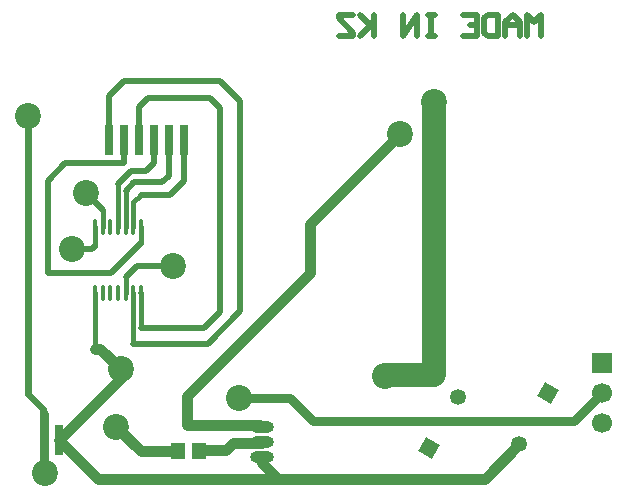
<source format=gtl>
%FSLAX44Y44*%
%MOMM*%
G71*
G01*
G75*
G04 Layer_Physical_Order=1*
G04 Layer_Color=255*
%ADD10O,0.3500X1.4000*%
%ADD11R,1.2000X1.4000*%
%ADD12R,0.8000X2.5000*%
%ADD13C,0.6000*%
%ADD14C,0.8000*%
%ADD15C,0.9000*%
%ADD16C,2.0000*%
%ADD17C,0.5000*%
%ADD18C,0.4000*%
%ADD19P,1.9092X4X285.0*%
%ADD20C,1.3500*%
%ADD21O,2.0000X1.0000*%
%ADD22O,2.0000X1.0000*%
%ADD23R,1.7000X1.7000*%
%ADD24C,1.7000*%
%ADD25C,2.2000*%
D10*
X531290Y964498D02*
D03*
X537790D02*
D03*
X544290D02*
D03*
X550790D02*
D03*
X557290D02*
D03*
X563790D02*
D03*
X570290D02*
D03*
X531290Y908498D02*
D03*
X537790D02*
D03*
X544290D02*
D03*
X550790D02*
D03*
X557290D02*
D03*
X563790D02*
D03*
X570290D02*
D03*
D11*
X601480Y774446D02*
D03*
X619480D02*
D03*
D12*
X606416Y1037588D02*
D03*
X593716D02*
D03*
X581016D02*
D03*
X568316D02*
D03*
X555616D02*
D03*
X542916D02*
D03*
X501006Y784068D02*
D03*
X488306D02*
D03*
D13*
X487036Y807690D02*
Y810230D01*
X474590Y822676D01*
Y1057910D01*
D14*
X936612Y800100D02*
X715890D01*
X960326Y823814D02*
X936612Y800100D01*
X715890D02*
X696840Y819150D01*
X653406D01*
X488560Y755904D02*
Y806166D01*
D15*
X620496Y775462D02*
X619480Y774446D01*
X641976Y775462D02*
X620496D01*
X648326Y781812D02*
X641976Y775462D01*
X672456Y781812D02*
X648326D01*
X672710Y794766D02*
X671186Y796290D01*
X608956D01*
Y821436D01*
X713096Y925576D02*
X608956Y821436D01*
X713096Y925576D02*
Y966978D01*
X789296Y1043178D02*
X713096Y966978D01*
X890334Y780227D02*
X861439Y751332D01*
X685918D01*
X672710Y764540D01*
Y769366D01*
X685918Y751332D02*
X533742D01*
X501006Y784068D01*
X553076Y836138D02*
X501006Y784068D01*
X553076Y836138D02*
Y843788D01*
X535862Y861002D01*
X531290D01*
X570094Y774446D02*
X549266Y795274D01*
X601480Y774446D02*
X570094D01*
D16*
X817998Y839216D02*
Y1070356D01*
X818252Y838962D02*
X817998Y839216D01*
X818252Y838962D02*
X777358D01*
X776850Y838454D01*
D17*
X606416Y1003046D02*
Y1037588D01*
Y1003046D02*
X594986Y991616D01*
X570094D01*
X593716Y1007872D02*
Y1037588D01*
Y1007872D02*
X588128Y1002284D01*
X564506D01*
X557290Y995068D01*
X581016Y1018286D02*
Y1037588D01*
Y1018286D02*
X574666Y1011936D01*
X561966D01*
X550790Y1000760D01*
X568316Y1037588D02*
Y1065784D01*
X576190Y1073658D02*
X568316Y1065784D01*
X628514Y1073658D02*
X576190D01*
X636896Y1065276D02*
X628514Y1073658D01*
X636896Y892048D02*
Y1065276D01*
Y892048D02*
X623688Y878840D01*
X542916Y1037588D02*
Y1075182D01*
X555616Y1087882D02*
X542916Y1075182D01*
X636896Y1087882D02*
X555616D01*
X654168Y1070610D02*
X636896Y1087882D01*
X654168Y892810D02*
Y1070610D01*
Y892810D02*
X626736Y865378D01*
X506340Y1018286D02*
X491354Y1003300D01*
X555616Y1018286D02*
X506340D01*
X555616D02*
Y1037588D01*
X570290Y950664D02*
X544694Y925068D01*
X491354D01*
Y1003300D01*
X531290Y947986D02*
X528946Y945642D01*
X511674D01*
X566538Y930910D02*
X557290Y921662D01*
X597272Y930910D02*
X566538D01*
X597780Y931418D02*
X597272Y930910D01*
X570348Y908440D02*
X570290Y908498D01*
X623688Y878840D02*
X570348D01*
X563998Y865378D02*
X563790Y865586D01*
X626736Y865378D02*
X563998D01*
X537790Y978962D02*
X523612Y993140D01*
X908930Y1125982D02*
Y1143976D01*
X902932Y1137978D01*
X896934Y1143976D01*
Y1125982D01*
X890936D02*
Y1137978D01*
X884938Y1143976D01*
X878940Y1137978D01*
Y1125982D01*
Y1134979D01*
X890936D01*
X872942Y1143976D02*
Y1125982D01*
X863944D01*
X860945Y1128981D01*
Y1140977D01*
X863944Y1143976D01*
X872942D01*
X842951D02*
X854947D01*
Y1125982D01*
X842951D01*
X854947Y1134979D02*
X848949D01*
X818959Y1143976D02*
X812961D01*
X815960D01*
Y1125982D01*
X818959D01*
X812961D01*
X803964D02*
Y1143976D01*
X791968Y1125982D01*
Y1143976D01*
X767976D02*
Y1125982D01*
Y1131980D01*
X755979Y1143976D01*
X764977Y1134979D01*
X755979Y1125982D01*
X749981Y1143976D02*
X737985D01*
Y1140977D01*
X749981Y1128981D01*
Y1125982D01*
X737985D01*
D18*
X570094Y991616D02*
X563790Y985312D01*
Y964498D02*
Y985312D01*
X557290Y964498D02*
Y995068D01*
X550790Y964498D02*
Y1000760D01*
X570290Y950664D02*
Y964498D01*
X531290Y861002D02*
Y908498D01*
Y947986D02*
Y964498D01*
X557290Y908498D02*
Y921662D01*
X570348Y878840D02*
Y908440D01*
X563790Y865586D02*
Y908498D01*
X537790Y964498D02*
Y978962D01*
D19*
X915334Y823529D02*
D03*
X813880Y777179D02*
D03*
D20*
X890334Y780227D02*
D03*
X838880Y820481D02*
D03*
D21*
X672710Y769366D02*
D03*
D22*
Y782066D02*
D03*
Y794766D02*
D03*
D23*
X960326Y849214D02*
D03*
D24*
Y823814D02*
D03*
Y798414D02*
D03*
D25*
X653406Y819150D02*
D03*
X488814Y755904D02*
D03*
X474590Y1057910D02*
D03*
X776850Y838454D02*
D03*
X817998Y1070356D02*
D03*
X789296Y1043178D02*
D03*
X511674Y945642D02*
D03*
X597780Y931418D02*
D03*
X553076Y843788D02*
D03*
X523612Y993140D02*
D03*
X549266Y795274D02*
D03*
M02*

</source>
